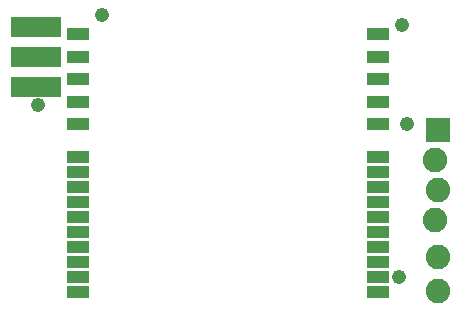
<source format=gts>
G75*
G70*
%OFA0B0*%
%FSLAX24Y24*%
%IPPOS*%
%LPD*%
%AMOC8*
5,1,8,0,0,1.08239X$1,22.5*
%
%ADD10R,0.1680X0.0680*%
%ADD11R,0.0740X0.0400*%
%ADD12R,0.0820X0.0820*%
%ADD13C,0.0820*%
%ADD14C,0.0476*%
D10*
X001300Y007750D03*
X001300Y008750D03*
X001300Y009750D03*
D11*
X002700Y000900D03*
X002700Y001400D03*
X002700Y001900D03*
X002700Y002400D03*
X002700Y002900D03*
X002700Y003400D03*
X002700Y003900D03*
X002700Y004400D03*
X002700Y004900D03*
X002700Y005400D03*
X002700Y006500D03*
X002700Y007250D03*
X002700Y008000D03*
X002700Y008750D03*
X002700Y009500D03*
X012700Y009500D03*
X012700Y008750D03*
X012700Y008000D03*
X012700Y007250D03*
X012700Y006500D03*
X012700Y005400D03*
X012700Y004900D03*
X012700Y004400D03*
X012700Y003900D03*
X012700Y003400D03*
X012700Y002900D03*
X012700Y002400D03*
X012700Y001900D03*
X012700Y001400D03*
X012700Y000900D03*
D12*
X014700Y006300D03*
D13*
X014600Y005300D03*
X014700Y004300D03*
X014600Y003300D03*
X014700Y002070D03*
X014700Y000930D03*
D14*
X013400Y001400D03*
X013650Y006500D03*
X013500Y009800D03*
X003500Y010150D03*
X001350Y007150D03*
M02*

</source>
